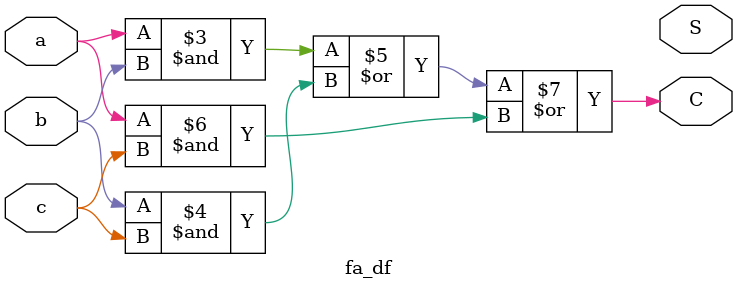
<source format=v>
module fa_df(input a,b,c,output S,C);
    assign s=a^b^c;
    assign C=(a&b)|(b&c)|(a&c);
endmodule
 
  

</source>
